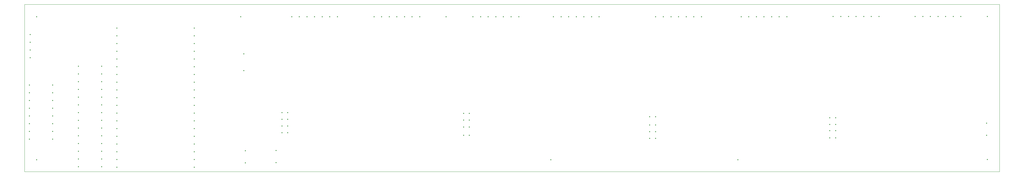
<source format=gko>
%TF.GenerationSoftware,KiCad,Pcbnew,8.0.4*%
%TF.CreationDate,2024-08-06T18:21:14+08:00*%
%TF.ProjectId,LTC6811_ESP32_V3,4c544336-3831-4315-9f45-535033325f56,rev?*%
%TF.SameCoordinates,Original*%
%TF.FileFunction,Profile,NP*%
%FSLAX46Y46*%
G04 Gerber Fmt 4.6, Leading zero omitted, Abs format (unit mm)*
G04 Created by KiCad (PCBNEW 8.0.4) date 2024-08-06 18:21:14*
%MOMM*%
%LPD*%
G01*
G04 APERTURE LIST*
%TA.AperFunction,Profile*%
%ADD10C,0.050000*%
%TD*%
%ADD11C,0.350000*%
G04 APERTURE END LIST*
D10*
X40000000Y-115000000D02*
X360000000Y-115000000D01*
X360000000Y-170000000D01*
X40000000Y-170000000D01*
X40000000Y-115000000D01*
D11*
X70365000Y-122821928D03*
X70365000Y-125361928D03*
X70365000Y-127901928D03*
X70365000Y-130441928D03*
X70365000Y-132981928D03*
X70365000Y-135521928D03*
X70365000Y-138061928D03*
X70365000Y-140601928D03*
X70365000Y-143141928D03*
X70365000Y-145681928D03*
X70365000Y-148221928D03*
X70365000Y-150761928D03*
X70365000Y-153301928D03*
X70365000Y-155841928D03*
X70365000Y-158381928D03*
X70365000Y-160921928D03*
X70365000Y-163461928D03*
X70365000Y-166001928D03*
X70365000Y-168541928D03*
X95765000Y-168541928D03*
X95765000Y-166001928D03*
X95765000Y-163461928D03*
X95765000Y-160921928D03*
X95765000Y-158381928D03*
X95765000Y-155841928D03*
X95765000Y-153301928D03*
X95765000Y-150761928D03*
X95765000Y-148221928D03*
X95765000Y-145681928D03*
X95765000Y-143141928D03*
X95765000Y-140601928D03*
X95765000Y-138061928D03*
X95765000Y-135521928D03*
X95765000Y-132981928D03*
X95765000Y-130441928D03*
X95765000Y-127901928D03*
X95765000Y-125361928D03*
X95765000Y-122821928D03*
X355750000Y-154042500D03*
X355750000Y-158002500D03*
X304295000Y-154441928D03*
X306195000Y-154441928D03*
X247150000Y-119041928D03*
X249650000Y-119041928D03*
X252150000Y-119041928D03*
X254650000Y-119041928D03*
X257150000Y-119041928D03*
X259650000Y-119041928D03*
X262150000Y-119041928D03*
X275200000Y-119041928D03*
X277700000Y-119041928D03*
X280200000Y-119041928D03*
X282700000Y-119041928D03*
X285200000Y-119041928D03*
X287700000Y-119041928D03*
X290200000Y-119041928D03*
X356000000Y-119000000D03*
X184095000Y-155341928D03*
X185995000Y-155341928D03*
X178400000Y-119041928D03*
X122550000Y-166999428D03*
X122550000Y-163039428D03*
X41600000Y-141501928D03*
X41600000Y-144041928D03*
X41600000Y-146581928D03*
X41600000Y-149121928D03*
X41600000Y-151661928D03*
X41600000Y-154201928D03*
X41600000Y-156741928D03*
X41600000Y-159281928D03*
X49220000Y-159281928D03*
X49220000Y-156741928D03*
X49220000Y-154201928D03*
X49220000Y-151661928D03*
X49220000Y-149121928D03*
X49220000Y-146581928D03*
X49220000Y-144041928D03*
X49220000Y-141501928D03*
X304295000Y-152241928D03*
X306195000Y-152241928D03*
X304300000Y-158841928D03*
X306200000Y-158841928D03*
X305400000Y-119000000D03*
X307900000Y-119000000D03*
X310400000Y-119000000D03*
X312900000Y-119000000D03*
X315400000Y-119000000D03*
X317900000Y-119000000D03*
X320400000Y-119000000D03*
X124495000Y-154941928D03*
X126395000Y-154941928D03*
X356000000Y-166000000D03*
X184095000Y-153041928D03*
X185995000Y-153041928D03*
X184095000Y-158041928D03*
X185995000Y-158041928D03*
X274100000Y-166041928D03*
X65300000Y-168331928D03*
X65300000Y-165791928D03*
X65300000Y-163251928D03*
X65300000Y-160711928D03*
X65300000Y-158171928D03*
X65300000Y-155631928D03*
X65300000Y-153091928D03*
X65300000Y-150551928D03*
X65300000Y-148011928D03*
X65300000Y-145471928D03*
X65300000Y-142931928D03*
X65300000Y-140391928D03*
X65300000Y-137851928D03*
X65300000Y-135311928D03*
X57680000Y-135311928D03*
X57680000Y-137851928D03*
X57680000Y-140391928D03*
X57680000Y-142931928D03*
X57680000Y-145471928D03*
X57680000Y-148011928D03*
X57680000Y-150551928D03*
X57680000Y-153091928D03*
X57680000Y-155631928D03*
X57680000Y-158171928D03*
X57680000Y-160711928D03*
X57680000Y-163251928D03*
X57680000Y-165791928D03*
X57680000Y-168331928D03*
X112450000Y-163084428D03*
X112450000Y-167044428D03*
X127700000Y-119041928D03*
X130200000Y-119041928D03*
X132700000Y-119041928D03*
X135200000Y-119041928D03*
X137700000Y-119041928D03*
X140200000Y-119041928D03*
X142700000Y-119041928D03*
X124495000Y-150541928D03*
X126395000Y-150541928D03*
X112000000Y-136750000D03*
X112000000Y-131250000D03*
X304300000Y-156541928D03*
X306200000Y-156541928D03*
X212700000Y-166041928D03*
X154700000Y-119041928D03*
X157200000Y-119041928D03*
X159700000Y-119041928D03*
X162200000Y-119041928D03*
X164700000Y-119041928D03*
X167200000Y-119041928D03*
X169700000Y-119041928D03*
X44000000Y-119041928D03*
X124495000Y-152741928D03*
X126395000Y-152741928D03*
X187200000Y-119041928D03*
X189700000Y-119041928D03*
X192200000Y-119041928D03*
X194700000Y-119041928D03*
X197200000Y-119041928D03*
X199700000Y-119041928D03*
X202200000Y-119041928D03*
X111000000Y-119041928D03*
X245195000Y-151941928D03*
X247095000Y-151941928D03*
X213600000Y-119041928D03*
X216100000Y-119041928D03*
X218600000Y-119041928D03*
X221100000Y-119041928D03*
X223600000Y-119041928D03*
X226100000Y-119041928D03*
X228600000Y-119041928D03*
X332300000Y-118975000D03*
X334800000Y-118975000D03*
X337300000Y-118975000D03*
X339800000Y-118975000D03*
X342300000Y-118975000D03*
X344800000Y-118975000D03*
X347300000Y-118975000D03*
X245195000Y-159041928D03*
X247095000Y-159041928D03*
X44000000Y-166041928D03*
X184095000Y-150841928D03*
X185995000Y-150841928D03*
X245195000Y-156841928D03*
X247095000Y-156841928D03*
X245195000Y-154641928D03*
X247095000Y-154641928D03*
X41900000Y-124901928D03*
X41900000Y-127441928D03*
X41900000Y-129981928D03*
X41900000Y-132521928D03*
X124495000Y-157141928D03*
X126395000Y-157141928D03*
M02*

</source>
